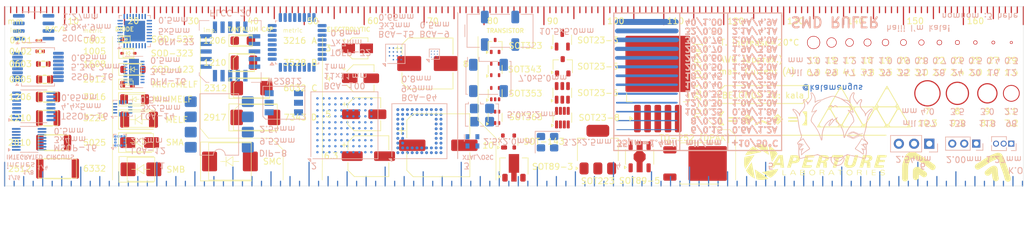
<source format=kicad_pcb>
(kicad_pcb (version 20241229) (generator "pcbnew") (generator_version "9.0")
  (layers (0 "F.Cu" signal) (2 "B.Cu" signal) (13 "F.Paste" user) (15 "B.Paste" user) (5 "F.SilkS" user "F.Silkscreen") (7 "B.SilkS" user "B.Silkscreen") (1 "F.Mask" user) (3 "B.Mask" user) (25 "Edge.Cuts" user))
  (net 0 "")
  (net 52 "Net-(U5-GND)")
  (net 86 "Net-(U2-GND-Pad2)")
  (net 184 "Net-(U19-PVDD-Pad21)")
  (net 187 "Net-(U19-PGND-Pad25)")
  (net 215 "Net-(U20-GND-Pad3)")
  (net 230 "Net-(U20-VCC-Pad4)")
  (net 337 "Net-(U24-GND-PadB1)")
  (net 350 "Net-(U25-GND-Pad6)")
  (net 357 "Net-(U12-GND-PadD2)")
  (net 475 "Net-(Y2-GND)")
  (footprint "Package_TO_SOT_SMD:TO-252-2" (layer "F.Cu") (at 155.055848 135.230591)
    (property "Reference" "U10" (hide yes))
    (property "Value" "LM317_TO-252")
  )
  (footprint "Package_TO_SOT_SMD:TO-263-5_TabPin3" (layer "F.Cu") (at 148 120.075 90)
    (property "Reference" "U11" (hide yes))
    (property "Value" "IFX25401TBV50")
  )
  (footprint "Diode_SMD:D_SOD-523" (layer "F.Cu") (at 59.307974 114.467952)
    (property "Reference" "SOD-523")
    (property "Value" "1N4148WT")
  )
  (footprint "graphics:catyEARS" (layer "F.Cu") (at 198.724936 147.473351)
    (property "Reference" "G***" (hide yes))
    (property "Value" "LOGO" (hide yes))
  )
  (footprint "Diode_SMD:D_SMC" (layer "F.Cu") (at 76.6 134.892169)
    (property "Reference" "SMC1")
    (property "Value" "MBRS340")
  )
  (footprint "Capacitor_SMD:CP_Elec_3x5.3" (layer "F.Cu") (at 97.870916 115.974229)
    (property "Reference" "C7" (hide yes))
    (property "Value" "C_Polarized")
  )
  (footprint "Capacitor_SMD:CP_Elec_6.3x3.9" (layer "F.Cu") (at 99.699378 134.005637)
    (property "Reference" "C10" (hide yes))
    (property "Value" "C_Polarized")
  )
  (footprint "Diode_SMD:D_SOD-323" (layer "F.Cu") (at 59.657859 116.805341)
    (property "Reference" "SOD-323")
    (property "Value" "SD05_SOD323")
  )
  (footprint "Capacitor_SMD:CP_Elec_8x5.4" (layer "F.Cu") (at 109.566081 118.514421)
    (property "Reference" "C1" (hide yes))
    (property "Value" "C_Polarized")
  )
  (footprint "Package_TO_SOT_SMD:SOT-23W" (layer "F.Cu") (at 132.133646 118.977959 90)
    (property "Reference" "U1" (hide yes))
    (property "Value" "LP2985-1.8")
  )
  (footprint "Resistor_SMD:R_0201_0603Metric" (layer "F.Cu") (at 44.716615 114.645275)
    (property "Reference" "0201")
    (property "Value" "0201" (hide yes))
  )
  (footprint "Diode_SMD:D_SMA" (layer "F.Cu") (at 61.525791 131.735597)
    (property "Reference" "SMA1")
    (property "Value" "SMAJ5.0A")
  )
  (footprint "Resistor_SMD:R_1206_3216Metric" (layer "F.Cu") (at 46.234596 124.099498)
    (property "Reference" "1206")
    (property "Value" "1206" (hide yes))
  )
  (footprint "Diode_SMD:D_MiniMELF" (layer "F.Cu") (at 60.686131 124.501488)
    (property "Reference" "MiniMELF1")
    (property "Value" "BZV55B2V4")
  )
  (footprint "Capacitor_SMD:CP_Elec_10x7.7" (layer "F.Cu") (at 111.372421 132.185143)
    (property "Reference" "C12" (hide yes))
    (property "Value" "C_Polarized")
  )
  (footprint "Package_TO_SOT_SMD:SOT-323_SC-70" (layer "F.Cu") (at 120.856527 115.574413 90)
    (property "Reference" "D1" (hide yes))
    (property "Value" "BAS16W")
  )
  (footprint "Resistor_SMD:R_0805_2012Metric" (layer "F.Cu") (at 45.671565 121.167047)
    (property "Reference" "0805")
    (property "Value" "0805" (hide yes))
  )
  (footprint "Diode_SMD:D_MicroMELF" (layer "F.Cu") (at 59.499046 121.984738)
    (property "Reference" "MicroMELF1")
    (property "Value" "BAV300")
  )
  (footprint "Package_TO_SOT_SMD:SOT-363_SC-70-6" (layer "F.Cu") (at 120.852818 127.516393 90)
    (property "Reference" "U5" (hide yes))
    (property "Value" "TC7PZ14FU")
  )
  (footprint "Package_TO_SOT_SMD:SOT-23-3" (layer "F.Cu") (at 132.057093 114.544802 90)
    (property "Reference" "Q1" (hide yes))
    (property "Value" "BC817")
  )
  (footprint "Diode_SMD:D_SMB" (layer "F.Cu") (at 61.745688 136.209691)
    (property "Reference" "SMB1")
    (property "Value" "Z2SMBxxx")
  )
  (footprint "graphics:aperturelabs" (layer "F.Cu") (at 174.457473 135)
    (property "Reference" "G***" (hide yes))
    (property "Value" "LOGO" (hide yes))
  )
  (footprint "Capacitor_Tantalum_SMD:CP_EIA-6032-28_Kemet-C" (layer "F.Cu") (at 80.217998 122.634365)
    (property "Reference" "C4" (hide yes))
    (property "Value" "C_Polarized")
  )
  (footprint "graphics:porterlogo" (layer "F.Cu") (at 164.51327 128.003939)
    (property "Reference" "G***" (hide yes))
    (property "Value" "LOGO" (hide yes))
  )
  (footprint "Capacitor_SMD:CP_Elec_5x3" (layer "F.Cu") (at 99 127)
    (property "Reference" "C9" (hide yes))
    (property "Value" "C_Polarized")
  )
  (footprint "Package_TO_SOT_SMD:SOT-143" (layer "F.Cu") (at 123.095785 131.558331 90)
    (property "Reference" "U6" (hide yes))
    (property "Value" "MAX6816")
  )
  (footprint "Package_TO_SOT_SMD:SOT-89-5" (layer "F.Cu") (at 144.967037 134.109123 90)
    (property "Reference" "U8" (hide yes))
    (property "Value" "IS31LT3360")
  )
  (footprint "Capacitor_Tantalum_SMD:CP_EIA-3528-21_Kemet-B" (layer "F.Cu") (at 78.934199 118.366601)
    (property "Reference" "C3" (hide yes))
    (property "Value" "C_Polarized")
  )
  (footprint "Package_TO_SOT_SMD:SOT-23-6" (layer "F.Cu") (at 132.066158 123.422293 90)
    (property "Reference" "Q2" (hide yes))
    (property "Value" "DMMT5401")
  )
  (footprint "Resistor_SMD:R_0402_1005Metric" (layer "F.Cu") (at 44.928677 116.470478)
    (property "Reference" "0402")
    (property "Value" "0402" (hide yes))
  )
  (footprint "Resistor_SMD:R_1210_3225Metric" (layer "F.Cu") (at 46.258055 127.641899)
    (property "Reference" "1210")
    (property "Value" "1210" (hide yes))
  )
  (footprint "Package_TO_SOT_SMD:SOT-223-3_TabPin2" (layer "F.Cu") (at 137.994937 132.91242 90)
    (property "Reference" "U9" (hide yes))
    (property "Value" "LD1117S18TR_SOT223")
  )
  (footprint "Diode_SMD:D_MELF" (layer "F.Cu") (at 61.434604 127.893476)
    (property "Reference" "MELF1")
    (property "Value" "SMZxxx")
  )
  (footprint "Package_TO_SOT_SMD:SOT-343_SC-70-4" (layer "F.Cu") (at 120.859605 119.510755 90)
    (property "Reference" "U3" (hide yes))
    (property "Value" "APE8865U4-12-HF-3")
  )
  (footprint "Resistor_SMD:R_2512_6332Metric" (layer "F.Cu") (at 47.829849 136.087358)
    (property "Reference" "2512")
    (property "Value" "2512" (hide yes))
  )
  (footprint "Package_TO_SOT_SMD:SOT-23-8" (layer "F.Cu") (at 132.076403 127.569288 90)
    (property "Reference" "U2" (hide yes))
    (property "Value" "INA241A1xDDF")
  )
  (footprint "PCBRulers:Drills" (layer "F.Cu") (at 202 111)
    (property "Reference" "REF**" (hide yes))
    (property "Value" "Drills" (hide yes))
  )
  (footprint "Package_TO_SOT_SMD:SOT-89-3" (layer "F.Cu") (at 123.993754 135.657329 90)
    (property "Reference" "U7" (hide yes))
    (property "Value" "LM317L_SOT-89")
  )
  (footprint "Resistor_SMD:R_2010_5025Metric" (layer "F.Cu") (at 47.182981 131.74733)
    (property "Reference" "2010")
    (property "Value" "2010" (hide yes))
  )
  (footprint "Capacitor_Tantalum_SMD:CP_EIA-3216-18_Kemet-A" (layer "F.Cu") (at 78.748974 114.693166)
    (property "Reference" "C2" (hide yes))
    (property "Value" "C_Polarized")
  )
  (footprint "Diode_SMD:D_SOD-123" (layer "F.Cu") (at 60.403758 119.504464)
    (property "Reference" "SOD-123")
    (property "Value" "MBR0520")
  )
  (footprint "Capacitor_Tantalum_SMD:CP_EIA-7343-31_Kemet-D" (layer "F.Cu") (at 80.842548 127.526679)
    (property "Reference" "C5" (hide yes))
    (property "Value" "C_Polarized")
  )
  (footprint "Resistor_SMD:R_0603_1608Metric" (layer "F.Cu") (at 45.456515 118.58649)
    (property "Reference" "0603")
    (property "Value" "0603" (hide yes))
  )
  (footprint "Package_TO_SOT_SMD:SOT-353_SC-70-5" (layer "F.Cu") (at 120.859605 123.551367 90)
    (property "Reference" "U4" (hide yes))
    (property "Value" "TLV70012_SOT353")
  )
  (footprint "Capacitor_SMD:CP_Elec_4x3" (layer "F.Cu") (at 98.386747 120.984583)
    (property "Reference" "C8" (hide yes))
    (property "Value" "C_Polarized")
  )
  (footprint "Oscillator:Oscillator_SMD_Abracon_ASDMB-4Pin_2.5x2.0mm" (layer "B.Cu") (at 117.065729 131.529901)
    (property "Reference" "Y1")
    (property "Value" "ASDMB-xxxMHz" (hide yes))
  )
  (footprint "Oscillator:Oscillator_SMD_SiT_PQFN-4Pin_5.0x3.2mm" (layer "B.Cu") (at 118.664007 127.137627)
    (property "Reference" "Y3")
    (property "Value" "SiT8008xx-3x-xxE" (hide yes))
  )
  (footprint "Package_BGA:BGA-100_11.0x11.0mm_Layout10x10_P1.0mm_Ball0.5mm_Pad0.4mm_NSMD" (layer "B.Cu") (at 95.699706 128.844003)
    (property "Reference" "U26")
    (property "Value" "EPM240F100" (hide yes))
  )
  (footprint "Oscillator:Oscillator_SMD_SiT_PQFN-4Pin_3.2x2.5mm" (layer "B.Cu") (at 129.602536 131.671276)
    (property "Reference" "Y2")
    (property "Value" "SiT8008xx-2x-xxE" (hide yes))
  )
  (footprint "Package_SO:SOIC-8_3.9x4.9mm_P1.27mm" (layer "B.Cu") (at 43.836672 112.442515)
    (property "Reference" "U16")
    (property "Value" "SN65HVD255D")
  )
  (footprint "Package_DFN_QFN:DFN-16-1EP_3x5mm_P0.5mm_EP1.66x4.4mm" (layer "B.Cu") (at 60.581137 119.928047)
    (property "Reference" "U18")
    (property "Value" "LTC6082xDHC")
  )
  (footprint "Oscillator:Oscillator_SMD_SeikoEpson_SG8002JC-4Pin_10.5x5.0mm" (layer "B.Cu") (at 121.675559 113.040129)
    (property "Reference" "Y5")
    (property "Value" "SG-8002JC")
  )
  (footprint "Package_BGA:UFBGA-15_3.0x3.0mm_Layout4x4_P0.65mm" (layer "B.Cu") (at 104.198114 116.897561)
    (property "Reference" "U12")
    (property "Value" "ATtiny20-CC" (hide yes))
  )
  (footprint "LED_SMD:LED_WS2812_PLCC6_5.0x5.0mm_P1.6mm" (layer "B.Cu") (at 85.592109 125.075253)
    (property "Reference" "D2")
    (property "Value" "WS2812")
  )
  (footprint "Package_BGA:BGA-64_9.0x9.0mm_Layout10x10_P0.8mm" (layer "B.Cu") (at 108.216178 129.825758)
    (property "Reference" "U21")
    (property "Value" "AD9891")
  )
  (footprint "Package_LGA:Bosch_LGA-14_3x2.5mm_P0.5mm" (layer "B.Cu") (at 58.701123 126.006289)
    (property "Reference" "U23")
    (property "Value" "BMI160")
  )
  (footprint "graphics:rusk" (layer "B.Cu") (at 177.237192 128.582245)
    (property "Reference" "G***" (hide yes))
    (property "Value" "LOGO" (hide yes))
  )
  (footprint "Package_DFN_QFN:Texas_RHB0032E_VQFN-32-1EP_5x5mm_P0.5mm_EP3.45x3.45mm_ThermalVias" (layer "B.Cu") (at 60.709802 113.092835)
    (property "Reference" "U19")
    (property "Value" "TAS5825MRHB")
  )
  (footprint "Package_QFP:TQFP-32_7x7mm_P0.8mm" (layer "B.Cu") (at 87.813274 114.983523)
    (property "Reference" "U20")
    (property "Value" "ATmega8-16A")
  )
  (footprint "Connector_PinHeader_2.00mm:PinHeader_1x03_P2.00mm_Vertical" (layer "B.Cu") (at 201.143237 131.908076 90)
    (property "Reference" "J2" (hide yes))
    (property "Value" "Conn_01x03_Pin")
  )
  (footprint "Connector_PinHeader_2.54mm:PinHeader_1x03_P2.54mm_Vertical" (layer "B.Cu") (at 193.308179 131.925564 90)
    (property "Reference" "J3" (hide yes))
    (property "Value" "Conn_01x03_Pin")
  )
  (footprint "Package_SO:TSSOP-16_4.4x5mm_P0.65mm" (layer "B.Cu") (at 43.8625 125.675)
    (property "Reference" "U14")
    (property "Value" "XPT2046TS")
  )
  (footprint "Package_BGA:Texas_DSBGA-9_1.4715x1.4715mm_Layout3x3_P0.5mm" (layer "B.Cu") (at 110.713161 116.949405)
    (property "Reference" "U24")
    (property "Value" "LM4990ITL")
  )
  (footprint "Oscillator:Oscillator_SMD_Fordahl_DFAS11-4Pin_7.0x5.0mm" (layer "B.Cu") (at 119.74466 120.92337)
    (property "Reference" "Y4")
    (property "Value" "DFA-S11")
  )
  (footprint "Package_DIP:SMDIP-8_W9.53mm" (layer "B.Cu") (at 74.816342 128.709208)
    (property "Reference" "U17")
    (property "Value" "6N135S")
  )
  (footprint "Connector_PinHeader_1.27mm:PinHeader_1x03_P1.27mm_Vertical" (layer "B.Cu") (at 206.99007 131.908076 90)
    (property "Reference" "J1" (hide yes))
    (property "Value" "Conn_01x03_Pin")
  )
  (footprint "Package_LGA:LGA-12_2x2mm_P0.5mm" (layer "B.Cu") (at 58.241165 131.465325)
    (property "Reference" "U25")
    (property "Value" "LIS2MDL" (hide yes))
  )
  (footprint "Package_SO:SSOP-16_5.3x6.2mm_P0.65mm" (layer "B.Cu") (at 44.559754 119.076823)
    (property "Reference" "U15")
    (property "Value" "74HC137")
  )
  (footprint "Package_SO:MSOP-16_3x4.039mm_P0.5mm" (layer "B.Cu") (at 43.087037 131.196854)
    (property "Reference" "U13")
    (property "Value" "LTC4364CMS")
  )
  (footprint "Package_LCC:PLCC-20" (layer "B.Cu") (at 76.639515 116.50032)
    (property "Reference" "U22")
    (property "Value" "LM3914V")
  )
  (gr_line (start 202 109.0125) (end 202 110.0125) (stroke (width 0.2)) (layer "F.Cu"))
  (gr_line (start 132 109.0125) (end 132 110.0125) (stroke (width 0.2)) (layer "F.Cu"))
  (gr_line (start 67 109.0125) (end 67 110.0125) (stroke (width 0.2)) (layer "F.Cu"))
  (gr_line (start 137 109.0125) (end 137 110.0125) (stroke (width 0.2)) (layer "F.Cu"))
  (gr_line (start 81 109.0125) (end 81 110.0125) (stroke (width 0.2)) (layer "F.Cu"))
  (gr_line (start 169 109.0125) (end 169 112.0125) (stroke (width 0.2)) (layer "F.Cu"))
  (gr_line (start 159 109.0125) (end 159 112.0125) (stroke (width 0.2)) (layer "F.Cu"))
  (gr_line (start 192 109.0125) (end 192 110.0125) (stroke (width 0.2)) (layer "F.Cu"))
  (gr_line (start 64 109.0125) (end 64 111.0125) (stroke (width 0.2)) (layer "F.Cu"))
  (gr_line (start 207 109.0125) (end 207 110.0125) (stroke (width 0.2)) (layer "F.Cu"))
  (gr_line (start 141 109.0125) (end 141 110.0125) (stroke (width 0.2)) (layer "F.Cu"))
  (gr_line (start 134 109.0125) (end 134 111.0125) (stroke (width 0.2)) (layer "F.Cu"))
  (gr_line (start 131 109.0125) (end 131 110.0125) (stroke (width 0.2)) (layer "F.Cu"))
  (gr_line (start 183 109.0125) (end 183 110.0125) (stroke (width 0.2)) (layer "F.Cu"))
  (gr_line (start 145 109.0125) (end 145 110.0125) (stroke (width 0.2)) (layer "F.Cu"))
  (gr_line (start 205 109.0125) (end 205 110.0125) (stroke (width 0.2)) (layer "F.Cu"))
  (gr_line (start 126 109.0125) (end 126 110.0125) (stroke (width 0.2)) (layer "F.Cu"))
  (gr_line (start 78 109.0125) (end 78 110.0125) (stroke (width 0.2)) (layer "F.Cu"))
  (gr_line (start 65 109.0125) (end 65 110.0125) (stroke (width 0.2)) (layer "F.Cu"))
  (gr_line (start 206 109.0125) (end 206 110.0125) (stroke (width 0.2)) (layer "F.Cu"))
  (gr_line (start 54 109.0125) (end 54 111.0125) (stroke (width 0.2)) (layer "F.Cu"))
  (gr_line (start 119 109.0125) (end 119 112.0125) (stroke (width 0.2)) (layer "F.Cu"))
  (gr_line (start 121 109.0125) (end 121 110.0125) (stroke (width 0.2)) (layer "F.Cu"))
  (gr_line (start 195 109.0125) (end 195 110.0125) (stroke (width 0.2)) (layer "F.Cu"))
  (gr_line (start 40 109.0125) (end 40 110.0125) (stroke (width 0.2)) (layer "F.Cu"))
  (gr_line (start 110 109.0125) (end 110 110.0125) (stroke (width 0.2)) (layer "F.Cu"))
  (gr_line (start 79 109.0125) (end 79 112.0125) (stroke (width 0.2)) (layer "F.Cu"))
  (gr_line (start 188 109.0125) (end 188 110.0125) (stroke (width 0.2)) (layer "F.Cu"))
  (gr_line (start 179 109.0125) (end 179 112.0125) (stroke (width 0.2)) (layer "F.Cu"))
  (gr_line (start 58 109.0125) (end 58 110.0125) (stroke (width 0.2)) (layer "F.Cu"))
  (gr_line (start 109 109.0125) (end 109 112.0125) (stroke (width 0.2)) (layer "F.Cu"))
  (gr_line (start 163 109.0125) (end 163 110.0125) (stroke (width 0.2)) (layer "F.Cu"))
  (gr_line (start 168 109.0125) (end 168 110.0125) (stroke (width 0.2)) (layer "F.Cu"))
  (gr_line (start 136 109.0125) (end 136 110.0125) (stroke (width 0.2)) (layer "F.Cu"))
  (gr_line (start 112 109.0125) (end 112 110.0125) (stroke (width 0.2)) (layer "F.Cu"))
  (gr_line (start 90 109.0125) (end 90 110.0125) (stroke (width 0.2)) (layer "F.Cu"))
  (gr_line (start 196 109.0125) (end 196 110.0125) (stroke (width 0.2)) (layer "F.Cu"))
  (gr_line (start 94 109.0125) (end 94 111.0125) (stroke (width 0.2)) (layer "F.Cu"))
  (gr_line (start 198 109.0125) (end 198 110.0125) (stroke (width 0.2)) (layer "F.Cu"))
  (gr_line (start 175 109.0125) (end 175 110.0125) (stroke (width 0.2)) (layer "F.Cu"))
  (gr_line (start 186 109.0125) (end 186 110.0125) (stroke (width 0.2)) (layer "F.Cu"))
  (gr_line (start 128 109.0125) (end 128 110.0125) (stroke (width 0.2)) (layer "F.Cu"))
  (gr_line (start 197 109.0125) (end 197 110.0125) (stroke (width 0.2)) (layer "F.Cu"))
  (gr_line (start 193 109.0125) (end 193 110.0125) (stroke (width 0.2)) (layer "F.Cu"))
  (gr_line (start 187 109.0125) (end 187 110.0125) (stroke (width 0.2)) (layer "F.Cu"))
  (gr_line (start 68 109.0125) (end 68 110.0125) (stroke (width 0.2)) (layer "F.Cu"))
  (gr_line (start 47 109.0125) (end 47 110.0125) (stroke (width 0.2)) (layer "F.Cu"))
  (gr_line (start 177 109.0125) (end 177 110.0125) (stroke (width 0.2)) (layer "F.Cu"))
  (gr_line (start 39 109.0125) (end 39 112.0125) (stroke (width 0.2)) (layer "F.Cu"))
  (gr_line (start 160 109.0125) (end 160 110.0125) (stroke (width 0.2)) (layer "F.Cu"))
  (gr_line (start 200 109.0125) (end 200 110.0125) (stroke (width 0.2)) (layer "F.Cu"))
  (gr_line (start 51 109.0125) (end 51 110.0125) (stroke (width 0.2)) (layer "F.Cu"))
  (gr_line (start 154 109.0125) (end 154 111.0125) (stroke (width 0.2)) (layer "F.Cu"))
  (gr_line (start 69 109.0125) (end 69 112.0125) (stroke (width 0.2)) (layer "F.Cu"))
  (gr_line (start 73 109.0125) (end 73 110.0125) (stroke (width 0.2)) (layer "F.Cu"))
  (gr_line (start 208 109.0125) (end 208 110.0125) (stroke (width 0.2)) (layer "F.Cu"))
  (gr_line (start 77 109.0125) (end 77 110.0125) (stroke (width 0.2)) (layer "F.Cu"))
  (gr_line (start 93 109.0125) (end 93 110.0125) (stroke (width 0.2)) (layer "F.Cu"))
  (gr_line (start 130 109.0125) (end 130 110.0125) (stroke (width 0.2)) (layer "F.Cu"))
  (gr_line (start 111 109.0125) (end 111 110.0125) (stroke (width 0.2)) (layer "F.Cu"))
  (gr_line (start 105 109.0125) (end 105 110.0125) (stroke (width 0.2)) (layer "F.Cu"))
  (gr_line (start 43 109.0125) (end 43 110.0125) (stroke (width 0.2)) (layer "F.Cu"))
  (gr_line (start 164 109.0125) (end 164 111.0125) (stroke (width 0.2)) (layer "F.Cu"))
  (gr_line (start 203 109.0125) (end 203 110.0125) (stroke (width 0.2)) (layer "F.Cu"))
  (gr_line (start 148 109.0125) (end 148 110.0125) (stroke (width 0.2)) (layer "F.Cu") (net 63))
  (gr_line (start 80 109.0125) (end 80 110.0125) (stroke (width 0.2)) (layer "F.Cu"))
  (gr_line (start 190 109.0125) (end 190 110.0125) (stroke (width 0.2)) (layer "F.Cu"))
  (gr_line (start 48 109.0125) (end 48 110.0125) (stroke (width 0.2)) (layer "F.Cu"))
  (gr_line (start 50 109.0125) (end 50 110.0125) (stroke (width 0.2)) (layer "F.Cu"))
  (gr_line (start 127 109.0125) (end 127 110.0125) (stroke (width 0.2)) (layer "F.Cu"))
  (gr_line (start 89 109.0125) (end 89 112.0125) (stroke (width 0.2)) (layer "F.Cu"))
  (gr_line (start 45 109.0125) (end 45 110.0125) (stroke (width 0.2)) (layer "F.Cu"))
  (gr_line (start 62 109.0125) (end 62 110.0125) (stroke (width 0.2)) (layer "F.Cu"))
  (gr_line (start 83 109.0125) (end 83 110.0125) (stroke (width 0.2)) (layer "F.Cu"))
  (gr_line (start 133 109.0125) (end 133 110.0125) (stroke (width 0.2)) (layer "F.Cu"))
  (gr_line (start 129 109.0125) (end 129 112.0125) (stroke (width 0.2)) (layer "F.Cu"))
  (gr_line (start 140 109.0125) (end 140 110.0125) (stroke (width 0.2)) (layer "F.Cu"))
  (gr_line (start 55 109.0125) (end 55 110.0125) (stroke (width 0.2)) (layer "F.Cu"))
  (gr_line (start 63 109.0125) (end 63 110.0125) (stroke (width 0.2)) (layer "F.Cu"))
  (gr_line (start 60 109.0125) (end 60 110.0125) (stroke (width 0.2)) (layer "F.Cu"))
  (gr_line (start 95 109.0125) (end 95 110.0125) (stroke (width 0.2)) (layer "F.Cu"))
  (gr_line (start 96 109.0125) (end 96 110.0125) (stroke (width 0.2)) (layer "F.Cu"))
  (gr_line (start 82 109.0125) (end 82 110.0125) (stroke (width 0.2)) (layer "F.Cu"))
  (gr_line (start 118 109.0125) (end 118 110.0125) (stroke (width 0.2)) (layer "F.Cu"))
  (gr_line (start 85 109.0125) (end 85 110.0125) (stroke (width 0.2)) (layer "F.Cu"))
  (gr_line (start 209 109.0125) (end 209 112.0125) (stroke (width 0.2)) (layer "F.Cu"))
  (gr_line (start 123 109.0125) (end 123 110.0125) (stroke (width 0.2)) (layer "F.Cu"))
  (gr_line (start 101 109.0125) (end 101 110.0125) (stroke (width 0.2)) (layer "F.Cu"))
  (gr_line (start 99 109.0125) (end 99 112.0125) (stroke (width 0.2)) (layer "F.Cu"))
  (gr_line (start 41 109.0125) (end 41 110.0125) (stroke (width 0.2)) (layer "F.Cu"))
  (gr_line (start 106 109.0125) (end 106 110.0125) (stroke (width 0.2)) (layer "F.Cu"))
  (gr_line (start 153 109.0125) (end 153 110.0125) (stroke (width 0.2)) (layer "F.Cu") (net 61))
  (gr_line (start 167 109.0125) (end 167 110.0125) (stroke (width 0.2)) (layer "F.Cu"))
  (gr_line (start 49 109.0125) (end 49 112.0125) (stroke (width 0.2)) (layer "F.Cu"))
  (gr_line (start 174 109.0125) (end 174 111.0125) (stroke (width 0.2)) (layer "F.Cu"))
  (gr_line (start 88 109.0125) (end 88 110.0125) (stroke (width 0.2)) (layer "F.Cu"))
  (gr_line (start 204 109.0125) (end 204 111.0125) (stroke (width 0.2)) (layer "F.Cu"))
  (gr_line (start 61 109.0125) (end 61 110.0125) (stroke (width 0.2)) (layer "F.Cu"))
  (gr_line (start 42 109.0125) (end 42 110.0125) (stroke (width 0.2)) (layer "F.Cu"))
  (gr_line (start 150 109.0125) (end 150 110.0125) (stroke (width 0.2)) (layer "F.Cu"))
  (gr_line (start 59 109.0125) (end 59 112.0125) (stroke (width 0.2)) (layer "F.Cu"))
  (gr_line (start 44 109.0125) (end 44 111.0125) (stroke (width 0.2)) (layer "F.Cu"))
  (gr_line (start 56 109.0125) (end 56 110.0125) (stroke (width 0.2)) (layer "F.Cu"))
  (gr_line (start 75 109.0125) (end 75 110.0125) (stroke (width 0.2)) (layer "F.Cu"))
  (gr_line (start 100 109.0125) (end 100 110.0125) (stroke (width 0.2)) (layer "F.Cu"))
  (gr_line (start 165 109.0125) (end 165 110.0125) (stroke (width 0.2)) (layer "F.Cu"))
  (gr_line (start 146 109.0125) (end 146 110.0125) (stroke (width 0.2)) (layer "F.Cu") (net 60))
  (gr_line (start 66 109.0125) (end 66 110.0125) (stroke (width 0.2)) (layer "F.Cu"))
  (gr_line (start 184 109.0125) (end 184 111.0125) (stroke (width 0.2)) (layer "F.Cu"))
  (gr_line (start 170 109.0125) (end 170 110.0125) (stroke (width 0.2)) (layer "F.Cu"))
  (gr_line (start 76 109.0125) (end 76 110.0125) (stroke (width 0.2)) (layer "F.Cu"))
  (gr_line (start 57 109.0125) (end 57 110.0125) (stroke (width 0.2)) (layer "F.Cu"))
  (gr_line (start 185 109.0125) (end 185 110.0125) (stroke (width 0.2)) (layer "F.Cu"))
  (gr_line (start 173 109.0125) (end 173 110.0125) (stroke (width 0.2)) (layer "F.Cu"))
  (gr_line (start 70 109.0125) (end 70 110.0125) (stroke (width 0.2)) (layer "F.Cu"))
  (gr_line (start 199 109.0125) (end 199 112.0125) (stroke (width 0.2)) (layer "F.Cu"))
  (gr_line (start 181 109.0125) (end 181 110.0125) (stroke (width 0.2)) (layer "F.Cu"))
  (gr_line (start 201 109.0125) (end 201 110.0125) (stroke (width 0.2)) (layer "F.Cu"))
  (gr_line (start 189 109.0125) (end 189 112.0125) (stroke (width 0.2)) (layer "F.Cu"))
  (gr_line (start 194 109.0125) (end 194 111.0125) (stroke (width 0.2)) (layer "F.Cu"))
  (gr_line (start 138 109.0125) (end 138 110.0125) (stroke (width 0.2)) (layer "F.Cu"))
  (gr_line (start 171 109.0125) (end 171 110.0125) (stroke (width 0.2)) (layer "F.Cu"))
  (gr_line (start 161 109.0125) (end 161 110.0125) (stroke (width 0.2)) (layer "F.Cu"))
  (gr_line (start 142 109.0125) (end 142 110.0125) (stroke (width 0.2)) (layer "F.Cu"))
  (gr_line (start 97 109.0125) (end 97 110.0125) (stroke (width 0.2)) (layer "F.Cu"))
  (gr_line (start 147 109.0125) (end 147 110.0125) (stroke (width 0.2)) (layer "F.Cu") (net 63))
  (gr_line (start 102 109.0125) (end 102 110.0125) (stroke (width 0.2)) (layer "F.Cu"))
  (gr_line (start 74 109.0125) (end 74 111.0125) (stroke (width 0.2)) (layer "F.Cu"))
  (gr_line (start 149 109.0125) (end 149 112.0125) (stroke (width 0.2)) (layer "F.Cu") (net 59))
  (gr_line (start 91 109.0125) (end 91 110.0125) (stroke (width 0.2)) (layer "F.Cu"))
  (gr_line (start 92 109.0125) (end 92 110.0125) (stroke (width 0.2)) (layer "F.Cu"))
  (gr_line (start 71 109.0125) (end 71 110.0125) (stroke (width 0.2)) (layer "F.Cu"))
  (gr_line (start 166 109.0125) (end 166 110.0125) (stroke (width 0.2)) (layer "F.Cu"))
  (gr_line (start 115 109.0125) (end 115 110.0125) (stroke (width 0.2)) (layer "F.Cu"))
  (gr_line (start 120 109.0125) (end 120 110.0125) (stroke (width 0.2)) (layer "F.Cu"))
  (gr_line (start 157 109.0125) (end 157 110.0125) (stroke (width 0.2)) (layer "F.Cu"))
  (gr_line (start 191 109.0125) (end 191 110.0125) (stroke (width 0.2)) (layer "F.Cu"))
  (gr_line (start 178 109.0125) (end 178 110.0125) (stroke (width 0.2)) (layer "F.Cu"))
  (gr_line (start 125 109.0125) (end 125 110.0125) (stroke (width 0.2)) (layer "F.Cu"))
  (gr_line (start 107 109.0125) (end 107 110.0125) (stroke (width 0.2)) (layer "F.Cu"))
  (gr_line (start 87 109.0125) (end 87 110.0125) (stroke (width 0.2)) (layer "F.Cu"))
  (gr_line (start 86 109.0125) (end 86 110.0125) (stroke (width 0.2)) (layer "F.Cu"))
  (gr_line (start 84 109.0125) (end 84 111.0125) (stroke (width 0.2)) (layer "F.Cu"))
  (gr_line (start 53 109.0125) (end 53 110.0125) (stroke (width 0.2)) (layer "F.Cu"))
  (gr_line (start 144 109.0125) (end 144 111.0125) (stroke (width 0.2)) (layer "F.Cu"))
  (gr_line (start 182 109.0125) (end 182 110.0125) (stroke (width 0.2)) (layer "F.Cu"))
  (gr_line (start 172 109.0125) (end 172 110.0125) (stroke (width 0.2)) (layer "F.Cu"))
  (gr_line (start 46 109.0125) (end 46 110.0125) (stroke (width 0.2)) (layer "F.Cu"))
  (gr_line (start 143 109.0125) (end 143 110.0125) (stroke (width 0.2)) (layer "F.Cu"))
  (gr_line (start 52 109.0125) (end 52 110.0125) (stroke (width 0.2)) (layer "F.Cu"))
  (gr_line (start 122 109.0125) (end 122 110.0125) (stroke (width 0.2)) (layer "F.Cu"))
  (gr_line (start 162 109.0125) (end 162 110.0125) (stroke (width 0.2)) (layer "F.Cu"))
  (gr_line (start 180 109.0125) (end 180 110.0125) (stroke (width 0.2)) (layer "F.Cu"))
  (gr_line (start 139 109.0125) (end 139 112.0125) (stroke (width 0.2)) (layer "F.Cu"))
  (gr_line (start 114 109.0125) (end 114 111.0125) (stroke (width 0.2)) (layer "F.Cu"))
  (gr_line (start 116 109.0125) (end 116 110.0125) (stroke (width 0.2)) (layer "F.Cu"))
  (gr_line (start 135 109.0125) (end 135 110.0125) (stroke (width 0.2)) (layer "F.Cu"))
  (gr_line (start 155 109.0125) (end 155 110.0125) (stroke (width 0.2)) (layer "F.Cu"))
  (gr_line (start 156 109.0125) (end 156 110.0125) (stroke (width 0.2)) (layer "F.Cu"))
  (gr_line (start 72 109.0125) (end 72 110.0125) (stroke (width 0.2)) (layer "F.Cu"))
  (gr_line (start 151 109.0125) (end 151 110.0125) (stroke (width 0.2)) (layer "F.Cu") (net 62))
  (gr_line (start 158 109.0125) (end 158 110.0125) (stroke (width 0.2)) (layer "F.Cu"))
  (gr_line (start 124 109.0125) (end 124 111.0125) (stroke (width 0.2)) (layer "F.Cu"))
  (gr_line (start 176 109.0125) (end 176 110.0125) (stroke (width 0.2)) (layer "F.Cu"))
  (gr_line (start 113 109.0125) (end 113 110.0125) (stroke (width 0.2)) (layer "F.Cu"))
  (gr_line (start 98 109.0125) (end 98 110.0125) (stroke (width 0.2)) (layer "F.Cu"))
  (gr_line (start 152 109.0125) (end 152 110.0125) (stroke (width 0.2)) (layer "F.Cu") (net 61))
  (gr_line (start 108 109.0125) (end 108 110.0125) (stroke (width 0.2)) (layer "F.Cu"))
  (gr_line (start 117 109.0125) (end 117 110.0125) (stroke (width 0.2)) (layer "F.Cu"))
  (gr_line (start 103 109.0125) (end 103 110.0125) (stroke (width 0.2)) (layer "F.Cu"))
  (gr_line (start 104 109.0125) (end 104 111.0125) (stroke (width 0.2)) (layer "F.Cu"))
  (gr_line (start 58.05 139) (end 58.05 136.61875) (stroke (width 0.2)) (layer "B.Cu"))
  (gr_line (start 153.3 139) (end 153.3 135.825) (stroke (width 0.2)) (layer "B.Cu"))
  (gr_line (start 192.9875 139) (end 192.9875 138.20625) (stroke (width 0.2)) (layer "B.Cu"))
  (gr_line (start 194.575 139) (end 194.575 137.4125) (stroke (width 0.2)) (layer "B.Cu"))
  (gr_line (start 208.8625 139) (end 208.8625 138.20625) (stroke (width 0.2)) (layer "B.Cu"))
  (gr_line (start 69.1625 139) (end 69.1625 138.20625) (stroke (width 0.2)) (layer "B.Cu"))
  (gr_line (start 59.6375 139) (end 59.6375 138.20625) (stroke (width 0.2)) (layer "B.Cu"))
  (gr_line (start 183.4625 139) (end 183.4625 138.20625) (stroke (width 0.2)) (layer "B.Cu"))
  (gr_line (start 108.85 139) (end 108.85 136.61875) (stroke (width 0.2)) (layer "B.Cu"))
  (gr_line (start 139.0125 139) (end 139.0125 138.20625) (stroke (width 0.2)) (layer "B.Cu"))
  (gr_line (start 100.9125 139) (end 100.9125 138.20625) (stroke (width 0.2)) (layer "B.Cu"))
  (gr_line (start 43.7625 139) (end 43.7625 138.20625) (stroke (width 0.2)) (layer "B.Cu"))
  (gr_line (start 83.45 139) (end 83.45 136.61875) (stroke (width 0.2)) (layer "B.Cu"))
  (gr_line (start 70.75 139) (end 70.75 136.61875) (stroke (width 0.2)) (layer "B.Cu"))
  (gr_line (start 50.1125 139) (end 50.1125 138.20625) (stroke (width 0.2)) (layer "B.Cu"))
  (gr_line (start 80.275 139) (end 80.275 137.4125) (stroke (width 0.2)) (layer "B.Cu"))
  (gr_line (start 127.9 139) (end 127.9 135.825) (stroke (width 0.2)) (layer "B.Cu"))
  (gr_line (start 81.8625 139) (end 81.8625 138.20625) (stroke (width 0.2)) (layer "B.Cu"))
  (gr_line (start 199.3375 139) (end 199.3375 138.20625) (stroke (width 0.2)) (layer "B.Cu"))
  (gr_line (start 124.725 139) (end 124.725 137.4125) (stroke (width 0.2)) (layer "B.Cu"))
  (gr_line (start 150.125 139) (end 150.125 137.4125) (stroke (width 0.2)) (layer "B.Cu"))
  (gr_line (start 207.275 139) (end 207.275 137.4125) (stroke (width 0.2)) (layer "B.Cu"))
  (gr_line (start 85.0375 139) (end 85.0375 138.20625) (stroke (width 0.2)) (layer "B.Cu"))
  (gr_line (start 186.6375 139) (end 186.6375 138.20625) (stroke (width 0.2)) (layer "B.Cu"))
  (gr_line (start 94.5625 139) (end 94.5625 138.20625) (stroke (width 0.2)) (layer "B.Cu"))
  (gr_line (start 162.825 139) (end 162.825 137.4125) (stroke (width 0.2)) (layer "B.Cu"))
  (gr_line (start 75.5125 139) (end 75.5125 138.20625) (stroke (width 0.2)) (layer "B.Cu"))
  (gr_line (start 46.9375 139) (end 46.9375 138.20625) (stroke (width 0.2)) (layer "B.Cu"))
  (gr_line (start 67.575 139) (end 67.575 137.4125) (stroke (width 0.2)) (layer "B.Cu"))
  (gr_line (start 61.225 139) (end 61.225 137.4125) (stroke (width 0.2)) (layer "B.Cu"))
  (gr_line (start 92.975 139) (end 92.975 137.4125) (stroke (width 0.2)) (layer "B.Cu") (net 44))
  (gr_line (start 91.3875 139) (end 91.3875 138.20625) (stroke (width 0.2)) (layer "B.Cu") (net 43))
  (gr_line (start 189.8125 139) (end 189.8125 138.20625) (stroke (width 0.2)) (layer "B.Cu"))
  (gr_line (start 202.5125 139) (end 202.5125 138.20625) (stroke (width 0.2)) (layer "B.Cu"))
  (gr_line (start 145.3625 139) (end 145.3625 138.20625) (stroke (width 0.2)) (layer "B.Cu"))
  (gr_line (start 148.5375 139) (end 148.5375 138.20625) (stroke (width 0.2)) (layer "B.Cu") (net 47))
  (gr_line (start 73.925 139) (end 73.925 137.4125) (stroke (width 0.2)) (layer "B.Cu"))
  (gr_line (start 42.175 139) (end 42.175 137.4125) (stroke (width 0.2)) (layer "B.Cu"))
  (gr_line (start 65.9875 139) (end 65.9875 138.20625) (stroke (width 0.2)) (layer "B.Cu"))
  (gr_line (start 156.475 139) (end 156.475 137.4125) (stroke (width 0.2)) (layer "B.Cu"))
  (gr_line (start 178.7 139) (end 178.7 135.825) (stroke (width 0.2)) (layer "B.Cu"))
  (gr_line (start 146.95 139) (end 146.95 136.61875) (stroke (width 0.2)) (layer "B.Cu"))
  (gr_line (start 191.4 139) (end 191.4 135.03125) (stroke (width 0.2)) (layer "B.Cu"))
  (gr_line (start 135.8375 139) (end 135.8375 138.20625) (stroke (width 0.2)) (layer "B.Cu"))
  (gr_line (start 172.35 139) (end 172.35 136.61875) (stroke (width 0.2)) (layer "B.Cu"))
  (gr_line (start 112.025 139) (end 112.025 137.4125) (stroke (width 0.2)) (layer "B.Cu"))
  (gr_line (start 142.1875 139) (end 142.1875 138.20625) (stroke (width 0.2)) (layer "B.Cu"))
  (gr_line (start 107.2625 139) (end 107.2625 138.20625) (stroke (width 0.2)) (layer "B.Cu"))
  (gr_line (start 119.9625 139) (end 119.9625 138.20625) (stroke (width 0.2)) (layer "B.Cu"))
  (gr_line (start 132.6625 139) (end 132.6625 138.20625) (stroke (width 0.2)) (layer "B.Cu"))
  (gr_line (start 143.775 139) (end 143.775 137.4125) (stroke (width 0.2)) (layer "B.Cu"))
  (gr_line (start 104.0875 139) (end 104.0875 138.20625) (stroke (width 0.2)) (layer "B.Cu"))
  (gr_line (start 118.375 139) (end 118.375 137.4125) (stroke (width 0.2)) (layer "B.Cu"))
  (gr_line (start 51.7 139) (end 51.7 135.825) (stroke (width 0.2)) (layer "B.Cu"))
  (gr_line (start 54.875 139) (end 54.875 137.4125) (stroke (width 0.2)) (layer "B.Cu"))
  (gr_line (start 181.875 139) (end 181.875 137.4125) (stroke (width 0.2)) (layer "B.Cu"))
  (gr_line (start 113.6125 139) (end 113.6125 138.20625) (stroke (width 0.2)) (layer "B.Cu"))
  (gr_line (start 72.3375 139) (end 72.3375 138.20625) (stroke (width 0.2)) (layer "B.Cu"))
  (gr_line (start 62.8125 139) (end 62.8125 138.20625) (stroke (width 0.2)) (layer "B.Cu"))
  (gr_line (start 151.7125 139) (end 151.7125 138.20625) (stroke (width 0.2)) (layer "B.Cu"))
  (gr_line (start 45.35 139) (end 45.35 136.61875) (stroke (width 0.2)) (layer "B.Cu"))
  (gr_line (start 140.6 139) (end 140.6 135.03125) (stroke (width 0.2)) (layer "B.Cu"))
  (gr_line (start 167.5875 139) (end 167.5875 138.20625) (stroke (width 0.2)) (layer "B.Cu"))
  (gr_line (start 77.1 139) (end 77.1 135.825) (stroke (width 0.2)) (layer "B.Cu"))
  (gr_line (start 48.525 139) (end 48.525 137.4125) (stroke (width 0.2)) (layer "B.Cu"))
  (gr_line (start 64.4 139) (end 64.4 135.03125) (stroke (width 0.2)) (layer "B.Cu"))
  (gr_line (start 115.2 139) (end 115.2 135.03125) (stroke (width 0.2)) (layer "B.Cu"))
  (gr_line (start 154.8875 139) (end 154.8875 138.20625) (stroke (width 0.2)) (layer "B.Cu"))
  (gr_line (start 88.2125 139) (end 88.2125 138.20625) (stroke (width 0.2)) (layer "B.Cu"))
  (gr_line (start 126.3125 139) (end 126.3125 138.20625) (stroke (width 0.2)) (layer "B.Cu"))
  (gr_line (start 134.25 139) (end 134.25 136.61875) (stroke (width 0.2)) (layer "B.Cu"))
  (gr_line (start 205.6875 139) (end 205.6875 138.20625) (stroke (width 0.2)) (layer "B.Cu"))
  (gr_line (start 197.75 139) (end 197.75 136.61875) (stroke (width 0.2)) (layer "B.Cu"))
  (gr_line (start 110.4375 139) (end 110.4375 138.20625) (stroke (width 0.2)) (layer "B.Cu"))
  (gr_line (start 200.925 139) (end 200.925 137.4125) (stroke (width 0.2)) (layer "B.Cu"))
  (gr_line (start 78.6875 139) (end 78.6875 138.20625) (stroke (width 0.2)) (layer "B.Cu"))
  (gr_line (start 159.65 139) (end 159.65 136.61875) (stroke (width 0.2)) (layer "B.Cu"))
  (gr_line (start 204.1 139) (end 204.1 135.825) (stroke (width 0.2)) (layer "B.Cu"))
  (gr_line (start 116.7875 139) (end 116.7875 138.20625) (stroke (width 0.2)) (layer "B.Cu"))
  (gr_line (start 188.225 139) (end 188.225 137.4125) (stroke (width 0.2)) (layer "B.Cu"))
  (gr_line (start 102.5 139) (end 102.5 135.825) (stroke (width 0.2)) (layer "B.Cu"))
  (gr_line (start 99.325 139) (end 99.325 137.4125) (stroke (width 0.2)) (layer "B.Cu"))
  (gr_line (start 123.1375 139) (end 123.1375 138.20625) (stroke (width 0.2)) (layer "B.Cu"))
  (gr_line (start 131.075 139) (end 131.075 137.4125) (stroke (width 0.2)) (layer "B.Cu"))
  (gr_line (start 170.7625 139) (end 170.7625 138.20625) (stroke (width 0.2)) (layer "B.Cu"))
  (gr_line (start 39 139) (end 39 135.03125) (stroke (width 0.2)) (layer "B.Cu"))
  (gr_line (start 89.8 139) (end 89.8 135.03125) (stroke (width 0.2)) (layer "B.Cu") (net 45))
  (gr_line (start 96.15 139) (end 96.15 136.61875) (stroke (width 0.2)) (layer "B.Cu"))
  (gr_line (start 175.525 139) (end 175.525 137.4125) (stroke (width 0.2)) (layer "B.Cu"))
  (gr_line (start 121.55 139) (end 121.55 136.61875) (stroke (width 0.2)) (layer "B.Cu"))
  (gr_line (start 161.2375 139) (end 161.2375 138.20625) (stroke (width 0.2)) (layer "B.Cu"))
  (gr_line (start 86.625 139) (end 86.625 137.4125) (stroke (width 0.2)) (layer "B.Cu") (net 46))
  (gr_line (start 40.5875 139) (end 40.5875 138.20625) (stroke (width 0.2)) (layer "B.Cu"))
  (gr_line (start 56.4625 139) (end 56.4625 138.20625) (stroke (width 0.2)) (layer "B.Cu"))
  (gr_line (start 53.2875 139) (end 53.2875 138.20625) (stroke (width 0.2)) (layer "B.Cu"))
  (gr_line (start 129.4875 139) (end 129.4875 138.20625) (stroke (width 0.2)) (layer "B.Cu"))
  (gr_line (start 169.175 139) (end 169.175 137.4125) (stroke (width 0.2)) (layer "B.Cu"))
  (gr_line (start 97.7375 139) (end 97.7375 138.20625) (stroke (width 0.2)) (layer "B.Cu"))
  (gr_line (start 166 139) (end 166 135.03125) (stroke (width 0.2)) (layer "B.Cu"))
  (gr_line (start 137.425 139) (end 137.425 137.4125) (stroke (width 0.2)) (layer "B.Cu"))
  (gr_line (start 173.9375 139) (end 173.9375 138.20625) (stroke (width 0.2)) (layer "B.Cu"))
  (gr_line (start 196.1625 139) (end 196.1625 138.20625) (stroke (width 0.2)) (layer "B.Cu"))
  (gr_line (start 177.1125 139) (end 177.1125 138.20625) (stroke (width 0.2)) (layer "B.Cu"))
  (gr_line (start 180.2875 139) (end 180.2875 138.20625) (stroke (width 0.2)) (layer "B.Cu"))
  (gr_line (start 105.675 139) (end 105.675 137.4125) (stroke (width 0.2)) (layer "B.Cu"))
  (gr_line (start 158.0625 139) (end 158.0625 138.20625) (stroke (width 0.2)) (layer "B.Cu"))
  (gr_line (start 185.05 139) (end 185.05 136.61875) (stroke (width 0.2)) (layer "B.Cu"))
  (gr_line (start 164.4125 139) (end 164.4125 138.20625) (stroke (width 0.2)) (layer "B.Cu"))
  (gr_line (start 178.063099 129.118319) (end 178.291337 128.722999) (stroke (width 0.15)) (layer "F.SilkS"))
  (gr_line (start 184.809307 125.772883) (end 184.581069 126.168203) (stroke (width 0.15)) (layer "F.SilkS"))
  (gr_line (start 180.689375 126.185672) (end 180.2329 126.185671) (stroke (width 0.15)) (layer "F.SilkS"))
  (gr_line (start 180.49635 125.770453) (end 176.656351 125.770454) (stroke (width 0.15)) (layer "F.SilkS"))
  (gr_line (start 186.071481 128.746664) (end 185.843477 129.14212) (stroke (width 0.15)) (layer "F.SilkS"))
  (gr_line (start 184.549801 125.272635) (end 184.778039 125.667955) (stroke (width 0.15)) (layer "F.SilkS"))
  (gr_line (start 177.04927 125.781036) (end 176.821032 126.176356) (stroke (width 0.15)) (layer "F.SilkS"))
  (gr_line (start 162.084201 130.510121) (end 186.093309 130.514238) (stroke (width 0.15)) (layer "F.SilkS"))
  (gr_line (start 92.045674 113.978887) (end 92.045674 131) (stroke (width 0.1)) (layer "F.SilkS"))
  (gr_line (start 186.47279 122.723647) (end 186.016315 122.723646) (stroke (width 0.15)) (layer "F.SilkS"))
  (gr_line (start 184.597673 126.197813) (end 184.141198 126.197812) (stroke (width 0.15)) (layer "F.SilkS"))
  (gr_line (start 158.000921 129.574551) (end 160.000921 129.574551) (stroke (width 0.1)) (layer "F.SilkS"))
  (gr_line (start 160.000921 129.574551) (end 161.000921 130.574551) (stroke (width 0.1)) (layer "F.SilkS"))
  (gr_line (start 83 131) (end 83.513524 131) (stroke (width 0.1)) (layer "F.SilkS"))
  (gr_line (start 173.157451 124.201962) (end 173.157451 122.201962) (stroke (width 0.15)) (layer "F.SilkS"))
  (gr_line (start 188.180044 125.676841) (end 186.260044 122.351306) (stroke (width 0.15)) (layer "F.SilkS"))
  (gr_line (start 92 137) (end 92 138) (stroke (width 0.1)) (layer "F.SilkS"))
  (gr_line (start 85.481227 132.964277) (end 85.481227 138) (stroke (width 0.1)) (layer "F.SilkS"))
  (gr_line (start 187.946596 125.272498) (end 187.718594 125.667955) (stroke (width 0.15)) (layer "F.SilkS"))
  (gr_line (start 159.157451 122.201962) (end 158.157451 123.201962) (stroke (width 0.15)) (layer "F.SilkS"))
  (gr_line (start 182.396629 129.138866) (end 180.476629 125.813332) (stroke (width 0.15)) (layer "F.SilkS"))
  (gr_line (start 71.658767 129.375058) (end 73 131) (stroke (width 0.1)) (layer "F.SilkS"))
  (gr_line (start 182.191416 128.712736) (end 182.647891 128.712736) (stroke (width 0.15)) (layer "F.SilkS"))
  (gr_line (start 184.35659 125.770956) (end 180.516593 125.770957) (stroke (width 0.15)) (layer "F.SilkS"))
  (gr_line (start 82 131) (end 80 131) (stroke (width 0.1)) (layer "F.SilkS"))
  (gr_line (start 172.157451 125.201962) (end 173.157451 124.201962) (stroke (width 0.15)) (layer "F.SilkS"))
  (gr_line (start 182.674684 128.7468) (end 182.902923 129.14212) (stroke (width 0.15)) (layer "F.SilkS"))
  (gr_line (start 176.627335 125.742451) (end 180.467333 125.742451) (stroke (width 0.15)) (layer "F.SilkS"))
  (gr_line (start 156.000921 127.574551) (end 158.000921 129.574551) (stroke (width 0.1)) (layer "F.SilkS"))
  (gr_line (start 188.440036 126.183008) (end 187.983561 126.183007) (stroke (width 0.15)) (layer "F.SilkS"))
  (gr_line (start 190.147291 129.136202) (end 188.227291 125.810668) (stroke (width 0.15)) (layer "F.SilkS"))
  (gr_line (start 188.220477 125.770956) (end 184.380478 125.770957) (stroke (width 0.15)) (layer "F.SilkS"))
  (gr_line (start 174.655824 129.122774) (end 178.495824 129.122774) (stroke (width 0.15)) (layer "F.SilkS"))
  (gr_line (start 186.312423 129.127315) (end 190.152422 129.127315) (stroke (width 0.15)) (layer "F.SilkS"))
  (gr_line (start 186.055301 128.712736) (end 186.511778 128.712736) (stroke (width 0.15)) (layer "F.SilkS"))
  (gr_line (start 118 128) (end 121 131) (stroke (width 0.1)) (layer "F.SilkS"))
  (gr_line (start 156 114) (end 156.000921 127.574551) (stroke (width 0.1)) (layer "F.SilkS"))
  (gr_line (start 183.889695 125.770956) (end 184.118169 126.16614) (stroke (width 0.15)) (layer "F.SilkS"))
  (gr_line (start 178.561762 129.129979) (end 182.401761 129.129979) (stroke (width 0.15)) (layer "F.SilkS"))
  (gr_line (start 118 125) (end 118 128) (stroke (width 0.1)) (layer "F.SilkS"))
  (gr_line (start 179.993544 125.779109) (end 180.222018 126.174293) (stroke (width 0.15)) (layer "F.SilkS"))
  (gr_line (start 121 131) (end 121 138) (stroke (width 0.1)) (layer "F.SilkS"))
  (gr_line (start 189.913843 128.73186) (end 189.68584 129.127315) (stroke (width 0.15)) (layer "F.SilkS"))
  (gr_line (start 180.483921 125.76418) (end 182.403921 129.089716) (stroke (width 0.15)) (layer "F.SilkS"))
  (gr_line (start 186.249577 122.319622) (end 184.329579 125.645158) (stroke (width 0.15)) (layer "F.SilkS"))
  (gr_line (start 57 114) (end 57 138) (stroke (width 0.1)) (layer "F.SilkS"))
  (gr_line (start 176.831959 125.347134) (end 177.060197 125.742451) (stroke (width 0.15)) (layer "F.SilkS"))
  (gr_line (start 158.157451 125.201962) (end 172.157451 125.201962) (stroke (width 0.15)) (layer "F.SilkS"))
  (gr_line (start 178.507768 129.097868) (end 176.587768 125.772331) (stroke (width 0.15)) (layer "F.SilkS"))
  (gr_line (start 82 131) (end 83 131) (stroke (width 0.1)) (layer "F.SilkS"))
  (gr_line (start 176.59803 125.772331) (end 174.67803 129.097868) (stroke (width 0.15)) (layer "F.SilkS"))
  (gr_line (start 174.894114 128.727456) (end 175.122352 129.122774) (stroke (width 0.15)) (layer "F.SilkS"))
  (gr_line (start 180.466162 125.781648) (end 178.546164 129.107184) (stroke (width 0.15)) (layer "F.SilkS"))
  (gr_line (start 71.658767 114) (end 71.658767 129.375058) (stroke (width 0.1)) (layer "F.SilkS"))
  (gr_line (start 178.754947 122.798146) (end 178.298472 122.798145) (stroke (width 0.15)) (layer "F.SilkS"))
  (gr_line (start 178.766386 128.734661) (end 178.994625 129.129979) (stroke (width 0.15)) (layer "F.SilkS"))
  (gr_line (start 182.47006 129.14212) (end 186.310059 129.14212) (stroke (width 0.15)) (layer "F.SilkS"))
  (gr_line (start 118 125) (end 118 114) (stroke (width 0.1)) (layer "F.SilkS"))
  (gr_line (start 73 131) (end 80 131) (stroke (width 0.1)) (layer "F.SilkS"))
  (gr_line (start 188.216823 125.778984) (end 186.296825 129.10452) (stroke (width 0.15)) (layer "F.SilkS"))
  (gr_line (start 178.531735 122.394121) (end 176.611738 125.719657) (stroke (width 0.15)) (layer "F.SilkS"))
  (gr_line (start 182.43146 129.087605) (end 184.351459 125.762069) (stroke (width 0.15)) (layer "F.SilkS"))
  (gr_line (start 176.587768 125.772331) (end 178.507768 129.097867) (stroke (width 0.15)) (layer "F.SilkS"))
  (gr_line (start 184.271423 125.751107) (end 188.111421 125.751107) (stroke (width 0.15)) (layer "F.SilkS"))
  (gr_line (start 173.157451 122.201962) (end 159.157451 122.201962) (stroke (width 0.15)) (layer "F.SilkS"))
  (gr_line (start 186.304928 129.151007) (end 184.384928 125.825472) (stroke (width 0.15)) (layer "F.SilkS"))
  (gr_line (start 178.295265 128.720888) (end 178.751741 128.720888) (stroke (width 0.15)) (layer "F.SilkS"))
  (gr_line (start 180.228755 125.346998) (end 180.000753 125.742451) (stroke (width 0.15)) (layer "F.SilkS"))
  (gr_line (start 161.000921 130.574551) (end 161.000921 138) (stroke (width 0.1)) (layer "F.SilkS"))
  (gr_line (start 180.462202 125.751338) (end 178.542202 122.425806) (stroke (width 0.15)) (layer "F.SilkS"))
  (gr_line (start 186.295347 129.087605) (end 188.215346 125.762069) (stroke (width 0.15)) (layer "F.SilkS"))
  (gr_line (start 92.045674 131) (end 92 137) (stroke (width 0.1)) (layer "F.SilkS"))
  (gr_line (start 180.945423 125.772883) (end 180.717184 126.168203) (stroke (width 0.15)) (layer "F.SilkS"))
  (gr_line (start 176.364582 126.176674) (end 176.821059 126.176402) (stroke (width 0.15)) (layer "F.SilkS"))
  (gr_line (start 184.347806 125.76418) (end 186.267806 129.089716) (stroke (width 0.15)) (layer "F.SilkS"))
  (gr_line (start 186.517047 128.731997) (end 186.745286 129.127315) (stroke (width 0.15)) (layer "F.SilkS"))
  (gr_line (start 158.157451 123.201962) (end 158.157451 125.201962) (stroke (width 0.15)) (layer "F.SilkS"))
  (gr_line (start 182.163183 128.734524) (end 181.935179 129.129979) (stroke (width 0.15)) (layer "F.SilkS"))
  (gr_line (start 178.535309 129.095758) (end 180.455309 125.770222) (stroke (width 0.15)) (layer "F.SilkS"))
  (gr_line (start 184.37446 125.793787) (end 182.454463 129.119323) (stroke (width 0.15)) (layer "F.SilkS"))
  (gr_line (start 187.753582 125.770956) (end 187.982055 126.16614) (stroke (width 0.15)) (layer "F.SilkS"))
  (gr_line (start 83.513524 131) (end 85.481227 132.964277) (stroke (width 0.1)) (layer "F.SilkS"))
  (gr_line (start 168.664489 133.065318) (end 168.664489 110.565318) (stroke (width 0.2)) (layer "B.SilkS"))
  (gr_line (start 168.664489 110.565318) (end 168.664489 110.565318) (stroke (width 0.2)) (layer "B.SilkS"))
  (gr_line (start 140.664489 130.565318) (end 140.664489 130.565318) (stroke (width 0.2)) (layer "B.SilkS"))
  (gr_line (start 140.664489 133.065318) (end 140.664489 115.565318) (stroke (width 0.2)) (layer "B.SilkS"))
  (gr_line (start 140.664489 115.565318) (end 140.664489 110.565318) (stroke (width 0.2)) (layer "B.SilkS"))
  (gr_line (start 168.664489 110.065318) (end 168.664489 110.565318) (stroke (width 0.2)) (layer "B.SilkS"))
  (gr_line (start 151.664489 110.065318) (end 151.664489 110.065318) (stroke (width 0.2)) (layer "B.SilkS"))
  (gr_line (start 159.664489 110.065318) (end 159.664489 133.065318) (stroke (width 0.2)) (layer "B.SilkS"))
  (gr_line (start 114.603546 134.425758) (end 114.619429 109.990768) (stroke (width 0.15)) (layer "B.SilkS"))
  (gr_line (start 159.664489 133.065318) (end 159.664489 133.065318) (stroke (width 0.2)) (layer "B.SilkS"))
  (gr_line (start 140.664489 110.065318) (end 168.664489 110.065318) (stroke (width 0.2)) (layer "B.SilkS"))
  (gr_line (start 140.664489 133.065318) (end 168.664489 133.065318) (stroke (width 0.2)) (layer "B.SilkS"))
  (gr_line (start 140.664489 110.565318) (end 140.664489 110.065318) (stroke (width 0.2)) (layer "B.SilkS"))
  (gr_line (start 140.664489 110.565318) (end 140.664489 110.565318) (stroke (width 0.2)) (layer "B.SilkS"))
  (gr_line (start 140.664489 110.565318) (end 140.664489 110.565318) (stroke (width 0.2)) (layer "B.SilkS"))
  (gr_line (start 168.664489 130.565318) (end 140.664489 130.565318) (stroke (width 0.2)) (layer "B.SilkS"))
  (gr_line (start 151.664489 133.065318) (end 151.664489 110.065318) (stroke (width 0.2)) (layer "B.SilkS"))
  (gr_rect (start 39 109) (end 209 139) (stroke (width 0.05)) (fill no) (layer "Edge.Cuts"))
  (gr_text "@kalamangus" (at 177.155389 122.031871 180) (layer "B.Cu") (effects (font (size 1 1)) (justify bottom mirror)))
  (gr_text "80" (at 120.4639 111.980277 0) (layer "F.SilkS") (effects (font (size 1 1)) (justify bottom)))
  (gr_text "30" (at 70.518394 112.003736 0) (layer "F.SilkS") (effects (font (size 1 1)) (justify bottom)))
  (gr_text "140" (at 179.476724 111.992007 0) (layer "F.SilkS") (effects (font (size 1 1)) (justify left bottom)))
  (gr_text "ELECTROLYTIC" (at 96.38662 113.225034 0) (layer "F.SilkS") (effects (font (size 0.7 0.7) (thickness 0.14) (bold yes)) (justify bottom)))
  (gr_text "20" (at 60.477681 111.980277 0) (layer "F.SilkS") (effects (font (size 1 1)) (justify bottom)))
  (gr_text "150" (at 189.435328 111.992007 0) (layer "F.SilkS") (effects (font (size 1 1)) (justify left bottom)))
  (gr_text "40" (at 80.465268 112.003736 0) (layer "F.SilkS") (effects (font (size 1 1)) (justify bottom)))
  (gr_text "10" (at 50.460429 112.003736 0) (layer "F.SilkS") (effects (font (size 1 1)) (justify bottom)))
  (gr_text "50" (at 90.459061 112.003736 0) (layer "F.SilkS") (effects (font (size 1 1)) (justify bottom)))
  (gr_text "R/C/L" (at 47.479406 113.150023 0) (layer "F.SilkS") (effects (font (size 0.7 0.7) (thickness 0.14) (bold yes)) (justify bottom)))
  (gr_text "imp." (at 41 113.37549 0) (layer "F.SilkS") (effects (font (size 0.7 0.7) (thickness 0.0875)) (justify bottom)))
  (gr_text "BELONGS TO: kala" (at 158.607937 124.421767 0) (layer "F.SilkS") (effects (font (size 1 1)) (justify left bottom)))
  (gr_text "10" (at 119.693945 132.230439 0) (layer "F.SilkS") (effects (font (size 1 1))))
  (gr_text "TRANSISTOR" (at 122.549499 113.444144 0) (layer "F.SilkS") (effects (font (size 0.7 0.7) (thickness 0.14) (bold yes)) (justify bottom)))
  (gr_text "DIODE" (at 59 113.190347 0) (layer "F.SilkS") (effects (font (size 0.7 0.7) (thickness 0.14) (bold yes)) (justify bottom)))
  (gr_text "8" (at 115.976868 118.606947 0) (layer "F.SilkS") (effects (font (size 1 1))))
  (gr_text "mm" (at 39.372797 112.030299 0) (layer "F.SilkS") (effects (font (size 1 1) (thickness 0.125)) (justify left bottom)))
  (gr_text "100" (at 139.466362 111.992007 0) (layer "F.SilkS") (effects (font (size 1 1)) (justify left bottom)))
  (gr_text "160" (at 199.486855 111.992007 0) (layer "F.SilkS") (effects (font (size 1 1)) (justify left bottom)))
  (gr_text "imp." (at 73.263458 113.358145 0) (layer "F.SilkS") (effects (font (size 0.7 0.7) (thickness 0.0875)) (justify bottom)))
  (gr_text "110" (at 149.424966 111.992007 0) (layer "F.SilkS") (effects (font (size 1 1)) (justify left bottom)))
  (gr_text "70" (at 110.470107 112.003736 0) (layer "F.SilkS") (effects (font (size 1 1)) (justify bottom)))
  (gr_text "metric\n" (at 87.092034 113.38127 0) (layer "F.SilkS") (effects (font (size 0.7 0.7) (thickness 0.0875)) (justify bottom)))
  (gr_text "130" (at 171 111.992007 0) (layer "F.SilkS") (effects (font (size 1 1)) (justify bottom)))
  (gr_text "metric\n" (at 53.739337 113.428429 0) (layer "F.SilkS") (effects (font (size 0.7 0.7) (thickness 0.0875)) (justify bottom)))
  (gr_text "60" (at 100.476314 111.980277 0) (layer "F.SilkS") (effects (font (size 1 1)) (justify bottom)))
  (gr_text "TANTALUM CAP" (at 80.040037 113.218822 0) (layer "F.SilkS") (effects (font (size 0.7 0.7) (thickness 0.14) (bold yes)) (justify bottom)))
  (gr_text "90" (at 130.457693 112.003736 0) (layer "F.SilkS") (effects (font (size 1 1)) (justify bottom)))
  (gr_text "120" (at 161 112.0125 0) (layer "F.SilkS") (effects (font (size 1 1)) (justify bottom)))
  (gr_text "10/0.25" (at 155.664489 126.565318 180) (layer "B.SilkS") (effects (font (size 1 1) (thickness 0.25)) (justify mirror)))
  (gr_text "40/1.00" (at 155.664489 111.565318 180) (layer "B.SilkS") (effects (font (size 1 1) (thickness 0.25)) (justify mirror)))
  (gr_text "+10/50°C" (at 164.164489 131.815318 180) (layer "B.SilkS") (effects (font (size 1 1) (thickness 0.25)) (justify mirror)))
  (gr_text "8/0.20" (at 156.164489 128.065318 180) (layer "B.SilkS") (effects (font (size 1 1) (thickness 0.25)) (justify mirror)))
  (gr_text "1.9A/3.8A" (at 164.164489 116.065318 180) (layer "B.SilkS") (effects (font (size 1 1) (thickness 0.25)) (justify mirror)))
  (gr_text "12/0.30" (at 155.664489 125.065318 180) (layer "B.SilkS") (effects (font (size 1 1) (thickness 0.25)) (justify mirror)))
  (gr_text "2.4A/4.9A" (at 164.164489 111.565318 180) (layer "B.SilkS") (effects (font (size 1 1) (thickness 0.25)) (justify mirror)))
  (gr_text "1/4\n" (at 45.35 135.535731 180) (layer "B.SilkS") (effects (font (size 0.6604 0.5936) (thickness 0.11872) (bold yes)) (justify bottom mirror)))
  (gr_text "haiii I'm kala!" (at 186.031282 112.007456 180) (layer "B.SilkS") (effects (font (size 1 1)) (justify left bottom mirror)))
  (gr_text "32/0.80" (at 155.664489 113.065318 180) (layer "B.SilkS") (effects (font (size 1 1) (thickness 0.25)) (justify mirror)))
  (gr_text "18/0.45" (at 155.664489 120.565318 180) (layer "B.SilkS") (effects (font (size 1 1) (thickness 0.25)) (justify mirror)))
  (gr_text "0.8A/1.5A" (at 164.164489 128.065318 180) (layer "B.SilkS") (effects (font (size 1 1) (thickness 0.25)) (justify mirror)))
  (gr_text "3" (at 115.519683 135.019619 180) (layer "B.SilkS") (effects (font (size 1 1)) (justify left bottom mirror)))
  (gr_text "1.0A/2.0A" (at 164.164489 125.065318 180) (layer "B.SilkS") (effects (font (size 1 1) (thickness 0.25)) (justify mirror)))
  (gr_text "6" (at 191.650302 135.054709 180) (layer "B.SilkS") (effects (font (size 1 1)) (justify left bottom mirror)))
  (gr_text "1/16" (at 40.591775 137.20524 180) (layer "B.SilkS") (effects (font (size 0.6604 0.508) (thickness 0.11872) (bold yes)) (justify bottom mirror)))
  (gr_text "6/0.15" (at 156.164489 129.565318 180) (layer "B.SilkS") (effects (font (size 1 1) (thickness 0.25)) (justify mirror)))
  (gr_text "30/0.76" (at 155.664489 114.565318 180) (layer "B.SilkS") (effects (font (size 1 1) (thickness 0.25)) (justify mirror)))
  (gr_text "24/0.60" (at 155.664489 117.565318 180) (layer "B.SilkS") (effects (font (size 1 1) (thickness 0.25)) (justify mirror)))
  (gr_text "1.7A/3.4A" (at 164.164489 117.565318 180) (layer "B.SilkS") (effects (font (size 1 1) (thickness 0.25)) (justify mirror)))
  (gr_text "K.O" (at 206.352847 135.77744 180) (layer "B.SilkS") (effects (font (size 1 1)) (justify left bottom mirror)))
  (gr_text "2.0A/4.0A" (at 164.164489 114.565318 180) (layer "B.SilkS") (effects (font (size 1 1) (thickness 0.25)) (justify mirror)))
  (gr_text "14/0.35" (at 155.664489 123.565318 180) (layer "B.SilkS") (effects (font (size 1 1) (thickness 0.25)) (justify mirror)))
  (gr_text "mil/mm" (at 155.664489 131.815318 180) (layer "B.SilkS") (effects (font (size 1 1) (thickness 0.25)) (justify mirror)))
  (gr_text "16/0.40" (at 155.664489 122.065318 180) (layer "B.SilkS") (effects (font (size 1 1) (thickness 0.25)) (justify mirror)))
  (gr_text "nomnom :3 hehe" (at 195.281165 109.990564 180) (layer "B.SilkS") (effects (font (size 1 1)) (justify left bottom mirror)))
  (gr_text "1" (at 64.74414 135.003913 180) (layer "B.SilkS") (effects (font (size 1 1)) (justify left bottom mirror)))
  (gr_text "20/0.50" (at 155.664489 119.065318 180) (layer "B.SilkS") (effects (font (size 1 1) (thickness 0.25)) (justify mirror)))
  (gr_text "1/8\n" (at 42.96875 136.309898 180) (layer "B.SilkS") (effects (font (size 0.6604 0.5936) (thickness 0.11872) (bold yes)) (justify bottom mirror)))
  (gr_text "2" (at 90.042548 135.019619 180) (layer "B.SilkS") (effects (font (size 1 1)) (justify left bottom mirror)))
  (gr_text "1.4A/2.8A" (at 164.164489 120.565318 180) (layer "B.SilkS") (effects (font (size 1 1) (thickness 0.25)) (justify mirror)))
  (gr_text "2.1A/4.1A" (at 164.164489 113.065318 180) (layer "B.SilkS") (effects (font (size 1 1) (thickness 0.25)) (justify mirror)))
  (gr_text "0.9A/1.8A" (at 164.164489 126.565318 180) (layer "B.SilkS") (effects (font (size 1 1) (thickness 0.25)) (justify mirror)))
  (gr_text "XTAL/OSC" (at 118 133.762374 180) (layer "B.SilkS") (effects (font (size 0.7 0.7) (thickness 0.14) (bold yes)) (justify bottom mirror)))
  (gr_text "1.1A/2.3A" (at 164.164489 123.565318 180) (layer "B.SilkS") (effects (font (size 1 1) (thickness 0.25)) (justify mirror)))
  (gr_text "1.5A/3.0A" (at 164.164489 119.065318 180) (layer "B.SilkS") (effects (font (size 1 1) (thickness 0.25)) (justify mirror)))
  (gr_text "0.6A/1.2A" (at 164.164489 129.565318 180) (layer "B.SilkS") (effects (font (size 1 1) (thickness 0.25)) (justify mirror)))
  (gr_text "inches" (at 39.199439 134.945297 180) (layer "B.SilkS") (effects (font (size 1 1) (thickness 0.125)) (justify left bottom mirror)))
  (gr_text "4" (at 140.850302 135.03125 180) (layer "B.SilkS") (effects (font (size 1 1)) (justify left bottom mirror)))
  (gr_text "SMD RULER" (at 170 110.539493 180) (layer "B.SilkS") (effects (font (size 1.7 1.7) (thickness 0.34) (bold yes)) (justify left bottom mirror)))
  (gr_text "28/0.70" (at 155.664489 116.065318 180) (layer "B.SilkS") (effects (font (size 1 1) (thickness 0.25)) (justify mirror)))
  (gr_text "1.2A/2.5A" (at 164.164489 122.065318 180) (layer "B.SilkS") (effects (font (size 1 1) (thickness 0.25)) (justify mirror)))
  (gr_text "35µm=1.4mil" (at 146.164489 131.815318 180) (layer "B.SilkS") (effects (font (size 1 1) (thickness 0.25) (italic yes)) (justify mirror)))
  (gr_text "INTEGRATED CIRCUITS" (at 44.950506 133.71411 180) (layer "B.SilkS") (effects (font (size 0.7 0.7) (thickness 0.14) (bold yes)) (justify bottom mirror)))
  (gr_text "5" (at 166.293344 135.03125 180) (layer "B.SilkS") (effects (font (size 1 1)) (justify left bottom mirror)))
  (segment (start 141.164489 129.565318) (end 144.664489 129.565318) (width 0.15) (layer "B.Cu") (net 0))
  (segment (start 141.164489 114.565318) (end 151.164489 114.565318) (width 0.762) (layer "B.Cu") (net 0))
  (segment (start 141.364489 111.565318) (end 150.964489 111.565318) (width 1) (layer "B.Cu") (net 0))
  (segment (start 141.264489 113.065318) (end 151.064489 113.065318) (width 0.8) (layer "B.Cu") (net 0))
  (segment (start 141.164489 116.065318) (end 151.164489 116.065318) (width 0.7) (layer "B.Cu") (net 0))
  (segment (start 141.164489 117.565318) (end 151.164489 117.565318) (width 0.6) (layer "B.Cu") (net 0))
  (segment (start 150.664489 129.565318) (end 151.164489 129.565318) (width 0.15) (layer "B.Cu") (net 0))
  (segment (start 141.164489 123.565318) (end 151.164489 123.565318) (width 0.35) (layer "B.Cu") (net 0))
  (segment (start 141.164489 128.065318) (end 151.164489 128.065318) (width 0.2) (layer "B.Cu") (net 0))
  (segment (start 144.664489 129.565318) (end 150.664489 129.565318) (width 0.15) (layer "B.Cu") (net 0))
  (segment (start 141.164489 126.565318) (end 151.164489 126.565318) (width 0.254) (layer "B.Cu") (net 0))
  (segment (start 141.164489 122.065318) (end 151.164489 122.065318) (width 0.4) (layer "B.Cu") (net 0))
  (segment (start 141.164489 119.065318) (end 151.164489 119.065318) (width 0.5) (layer "B.Cu") (net 0))
  (segment (start 141.164489 125.065318) (end 151.164489 125.065318) (width 0.3) (layer "B.Cu") (net 0))
  (segment (start 141.164489 120.565318) (end 151.164489 120.565318) (width 0.45) (layer "B.Cu") (net 0))
)
</source>
